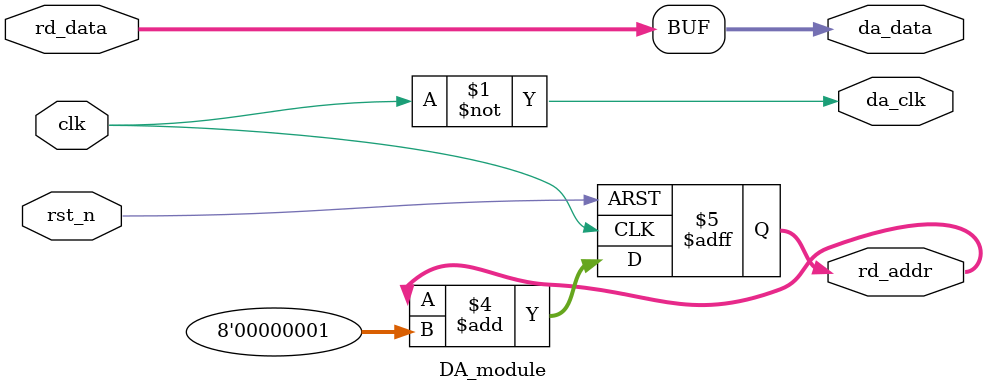
<source format=v>
`timescale 1ns / 1ps


module DA_module(
     input                 clk    ,  //Ê±ÖÓ
     input                 rst_n  ,  //¸´Î»ÐÅºÅ£¬µÍµçÆ½ÓÐÐ§
     
     input        [7:0]    rd_data,  //ROM¶Á³öµÄÊý¾Ý
     output  reg  [7:0]    rd_addr,  //¶ÁROMµØÖ·
     //DAÐ¾Æ¬½Ó¿Ú
     output                da_clk ,  //DA(AD9708)Çý¶¯Ê±ÖÓ,×î´óÖ§³Ö125MhzÊ±ÖÓ
     output       [7:0]    da_data   //Êä³ö¸øDAµÄÊý¾Ý  
     );
 
 //parameter
 //ÆµÂÊµ÷½Ú¿ØÖÆ
 //parameter  FREQ_ADJ = 8'd1;  //ÆµÂÊµ÷½Ú,FREQ_ADJµÄÖµÔ½´ó,×îÖÕÊä³öµÄÆµÂÊÔ½µÍ,·¶Î§0~255
 
 //reg define
 //reg    [7:0]    freq_cnt  ;  //ÆµÂÊµ÷½Ú¼ÆÊýÆ÷
 
 //*****************************************************
 //**                    main code
 //*****************************************************
 assign  da_clk = ~clk;       
 assign  da_data = rd_data;   //½«¶Áµ½µÄROMÊý¾Ý¸³Öµ¸øDAÊý¾Ý¶Ë¿Ú
 
 //ÆµÂÊµ÷½Ú¼ÆÊýÆ÷
// always @(posedge clk or negedge rst_n) begin
//     if(rst_n == 1'b0)
//         freq_cnt <= 8'd0;
//     else if(freq_cnt == FREQ_ADJ)    
//         freq_cnt <= 8'd0;
//     else         
//         freq_cnt <= freq_cnt + 8'd1;
// end
 
 //¶ÁROMµØÖ·
 always @(posedge clk or negedge rst_n) begin
     if(rst_n == 1'b0)
         rd_addr <= 8'd0;
     else begin
         //if(freq_cnt == FREQ_ADJ) begin
             rd_addr <= rd_addr + 8'd1;
         //end    
     end            
 end
 

endmodule


</source>
